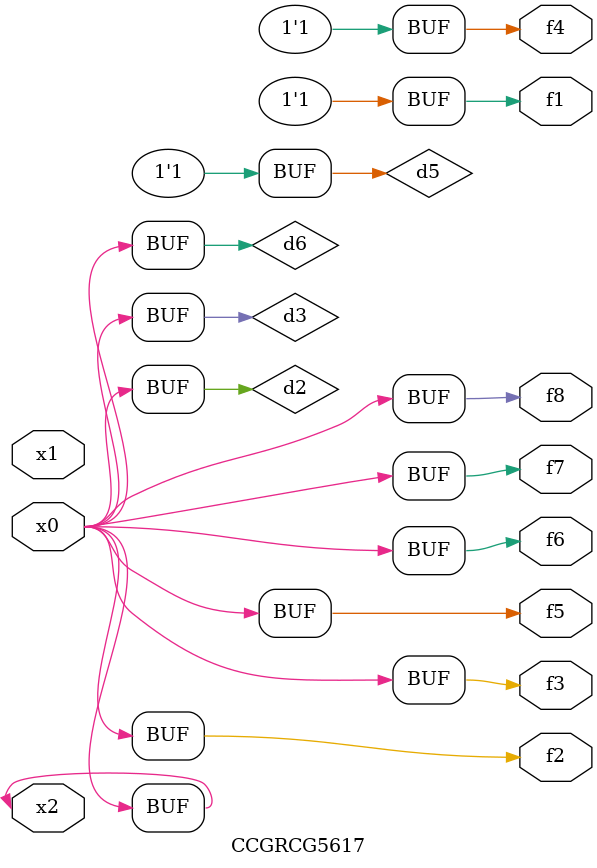
<source format=v>
module CCGRCG5617(
	input x0, x1, x2,
	output f1, f2, f3, f4, f5, f6, f7, f8
);

	wire d1, d2, d3, d4, d5, d6;

	xnor (d1, x2);
	buf (d2, x0, x2);
	and (d3, x0);
	xnor (d4, x1, x2);
	nand (d5, d1, d3);
	buf (d6, d2, d3);
	assign f1 = d5;
	assign f2 = d6;
	assign f3 = d6;
	assign f4 = d5;
	assign f5 = d6;
	assign f6 = d6;
	assign f7 = d6;
	assign f8 = d6;
endmodule

</source>
